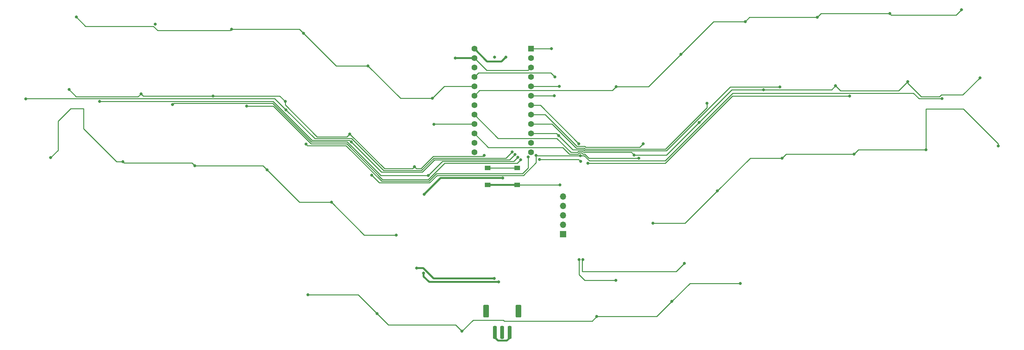
<source format=gtl>
G04 #@! TF.GenerationSoftware,KiCad,Pcbnew,(6.0.8-1)-1*
G04 #@! TF.CreationDate,2022-11-12T18:34:56-05:00*
G04 #@! TF.ProjectId,ergo3by6plus3nonSplit,6572676f-3362-4793-9670-6c7573336e6f,rev?*
G04 #@! TF.SameCoordinates,Original*
G04 #@! TF.FileFunction,Copper,L1,Top*
G04 #@! TF.FilePolarity,Positive*
%FSLAX46Y46*%
G04 Gerber Fmt 4.6, Leading zero omitted, Abs format (unit mm)*
G04 Created by KiCad (PCBNEW (6.0.8-1)-1) date 2022-11-12 18:34:56*
%MOMM*%
%LPD*%
G01*
G04 APERTURE LIST*
G04 Aperture macros list*
%AMRoundRect*
0 Rectangle with rounded corners*
0 $1 Rounding radius*
0 $2 $3 $4 $5 $6 $7 $8 $9 X,Y pos of 4 corners*
0 Add a 4 corners polygon primitive as box body*
4,1,4,$2,$3,$4,$5,$6,$7,$8,$9,$2,$3,0*
0 Add four circle primitives for the rounded corners*
1,1,$1+$1,$2,$3*
1,1,$1+$1,$4,$5*
1,1,$1+$1,$6,$7*
1,1,$1+$1,$8,$9*
0 Add four rect primitives between the rounded corners*
20,1,$1+$1,$2,$3,$4,$5,0*
20,1,$1+$1,$4,$5,$6,$7,0*
20,1,$1+$1,$6,$7,$8,$9,0*
20,1,$1+$1,$8,$9,$2,$3,0*%
G04 Aperture macros list end*
G04 #@! TA.AperFunction,ComponentPad*
%ADD10R,1.700000X1.700000*%
G04 #@! TD*
G04 #@! TA.AperFunction,ComponentPad*
%ADD11O,1.700000X1.700000*%
G04 #@! TD*
G04 #@! TA.AperFunction,SMDPad,CuDef*
%ADD12RoundRect,0.250000X0.250000X1.500000X-0.250000X1.500000X-0.250000X-1.500000X0.250000X-1.500000X0*%
G04 #@! TD*
G04 #@! TA.AperFunction,SMDPad,CuDef*
%ADD13RoundRect,0.250001X0.499999X1.449999X-0.499999X1.449999X-0.499999X-1.449999X0.499999X-1.449999X0*%
G04 #@! TD*
G04 #@! TA.AperFunction,SMDPad,CuDef*
%ADD14R,1.550000X1.300000*%
G04 #@! TD*
G04 #@! TA.AperFunction,ComponentPad*
%ADD15R,1.600000X1.600000*%
G04 #@! TD*
G04 #@! TA.AperFunction,ComponentPad*
%ADD16C,1.600000*%
G04 #@! TD*
G04 #@! TA.AperFunction,ViaPad*
%ADD17C,0.800000*%
G04 #@! TD*
G04 #@! TA.AperFunction,Conductor*
%ADD18C,0.250000*%
G04 #@! TD*
G04 #@! TA.AperFunction,Conductor*
%ADD19C,0.500000*%
G04 #@! TD*
G04 APERTURE END LIST*
D10*
X164110000Y-130970000D03*
D11*
X164110000Y-128430000D03*
X164110000Y-125890000D03*
X164110000Y-123350000D03*
X164110000Y-120810000D03*
D12*
X149710000Y-157520000D03*
X147710000Y-157520000D03*
X145710000Y-157520000D03*
D13*
X143360000Y-151770000D03*
X152060000Y-151770000D03*
D14*
X151760000Y-113160000D03*
X143800000Y-113160000D03*
X143800000Y-117660000D03*
X151760000Y-117660000D03*
D15*
X155420000Y-80950000D03*
D16*
X155420000Y-83490000D03*
X155420000Y-86030000D03*
X155420000Y-88570000D03*
X155420000Y-91110000D03*
X155420000Y-93650000D03*
X155420000Y-96190000D03*
X155420000Y-98730000D03*
X155420000Y-101270000D03*
X155420000Y-103810000D03*
X155420000Y-106350000D03*
X155420000Y-108890000D03*
X140180000Y-108890000D03*
X140180000Y-106350000D03*
X140180000Y-103810000D03*
X140180000Y-101270000D03*
X140180000Y-98730000D03*
X140180000Y-96190000D03*
X140180000Y-93650000D03*
X140180000Y-91110000D03*
X140180000Y-88570000D03*
X140180000Y-86030000D03*
X140180000Y-83490000D03*
X140180000Y-80950000D03*
D17*
X163090000Y-91110000D03*
X161690000Y-93650000D03*
X161920000Y-88540000D03*
X163280000Y-117700000D03*
X160940000Y-80950000D03*
X168740000Y-109820000D03*
X162940000Y-104420000D03*
X168830000Y-111370000D03*
X157730000Y-110800000D03*
X148680001Y-83231900D03*
X143800000Y-113160000D03*
X151760000Y-117660000D03*
X146750000Y-143870000D03*
X147710000Y-157520000D03*
X145660000Y-83270000D03*
X147840000Y-115840000D03*
X126540000Y-141480000D03*
X126650000Y-120260000D03*
X124630000Y-140130000D03*
X135090000Y-83500000D03*
X145710000Y-157520000D03*
X145520000Y-142900000D03*
X168350000Y-106572996D03*
X185699015Y-106629015D03*
X202910000Y-95640000D03*
X222540000Y-91250000D03*
X184500000Y-110490000D03*
X266230000Y-94450000D03*
X170770000Y-111840000D03*
X241300000Y-93750000D03*
X196750000Y-138900000D03*
X169444500Y-137830000D03*
X178310000Y-143430000D03*
X168390000Y-137810000D03*
X156857380Y-109725999D03*
X112530000Y-115070000D03*
X129260000Y-101350000D03*
X154683436Y-110175500D03*
X94808315Y-106708315D03*
X152690000Y-110900000D03*
X78800000Y-96470000D03*
X211837051Y-144243778D03*
X193434102Y-149127556D03*
X173185000Y-153198942D03*
X136875000Y-157138942D03*
X95370000Y-147300000D03*
X113942949Y-152373778D03*
X142860000Y-109747496D03*
X150350000Y-108810000D03*
X151920000Y-110220000D03*
X151120000Y-109520000D03*
X19345815Y-94455815D03*
X89440000Y-97460000D03*
X58880000Y-96030000D03*
X39180000Y-95160000D03*
X107007700Y-106112300D03*
X127810000Y-115150000D03*
X281367051Y-107233778D03*
X261907051Y-108253778D03*
X242517051Y-109393778D03*
X223127051Y-110473778D03*
X188280000Y-128050000D03*
X205707051Y-119293778D03*
X276427051Y-88803778D03*
X256987051Y-89823778D03*
X237537051Y-90953778D03*
X218087051Y-92033778D03*
X183260000Y-109633502D03*
X200757051Y-100843778D03*
X271487051Y-70423778D03*
X252117051Y-71503778D03*
X232617051Y-72523778D03*
X213167051Y-73653778D03*
X195827051Y-82443778D03*
X178420000Y-91170000D03*
X26032949Y-110353778D03*
X45492949Y-111443778D03*
X64882949Y-112523778D03*
X84312949Y-113603778D03*
X119100000Y-131200000D03*
X101662949Y-122393778D03*
X30962949Y-91983778D03*
X50362949Y-93113778D03*
X69820352Y-93703028D03*
X89252949Y-95213778D03*
X124030000Y-112760000D03*
X106642949Y-103943778D03*
X32970000Y-72430000D03*
X54170000Y-74380000D03*
X74772949Y-75703778D03*
X94182949Y-76783778D03*
X111542949Y-85603778D03*
X128860000Y-94350000D03*
D18*
X35440000Y-74900000D02*
X32970000Y-72430000D01*
X54847928Y-76071201D02*
X53676727Y-74900000D01*
X53676727Y-74900000D02*
X35440000Y-74900000D01*
X74772949Y-75703778D02*
X74405526Y-76071201D01*
X74405526Y-76071201D02*
X54847928Y-76071201D01*
X163090000Y-91110000D02*
X155420000Y-91110000D01*
X155420000Y-93650000D02*
X161690000Y-93650000D01*
X169837475Y-108471497D02*
X169562476Y-108196498D01*
X222540000Y-91250000D02*
X209170000Y-91250000D01*
X155420000Y-103810000D02*
X162330000Y-103810000D01*
X166716498Y-108196498D02*
X162940000Y-104420000D01*
X169562476Y-108196498D02*
X166716498Y-108196498D01*
X191948503Y-108471497D02*
X169837475Y-108471497D01*
X162330000Y-103810000D02*
X162940000Y-104420000D01*
X209170000Y-91250000D02*
X191948503Y-108471497D01*
X151760000Y-117660000D02*
X163240000Y-117660000D01*
X163240000Y-117660000D02*
X163280000Y-117700000D01*
X141305000Y-87445000D02*
X140180000Y-88570000D01*
X161920000Y-88540000D02*
X160825000Y-87445000D01*
X160825000Y-87445000D02*
X141305000Y-87445000D01*
X160940000Y-80950000D02*
X155420000Y-80950000D01*
X168260000Y-110800000D02*
X168830000Y-111370000D01*
X157730000Y-110800000D02*
X168260000Y-110800000D01*
X169651286Y-108920998D02*
X182547496Y-108920998D01*
X168439902Y-109095500D02*
X169190098Y-109095500D01*
X169376287Y-108645999D02*
X169651286Y-108920998D01*
X140180000Y-98730000D02*
X146600000Y-105150000D01*
X171080288Y-110490000D02*
X184500000Y-110490000D01*
X169190098Y-109095500D02*
X169465097Y-109370499D01*
X182547496Y-108920998D02*
X183260000Y-109633502D01*
X143960000Y-107590000D02*
X164050000Y-107590000D01*
X140180000Y-103810000D02*
X143960000Y-107590000D01*
X165830499Y-109370499D02*
X168164903Y-109370499D01*
X166200998Y-108920998D02*
X167978714Y-108920998D01*
X168253713Y-108645999D02*
X169376287Y-108645999D01*
X162430000Y-105150000D02*
X166200998Y-108920998D01*
X169960787Y-109370499D02*
X171080288Y-110490000D01*
X168164903Y-109370499D02*
X168439902Y-109095500D01*
X167978714Y-108920998D02*
X168253713Y-108645999D01*
X159245402Y-98730000D02*
X155420000Y-98730000D01*
X157967004Y-96190000D02*
X168350000Y-106572996D01*
X155420000Y-96190000D02*
X157967004Y-96190000D01*
X146600000Y-105150000D02*
X162430000Y-105150000D01*
X169465097Y-109370499D02*
X169960787Y-109370499D01*
X170209853Y-107572495D02*
X169934854Y-107297496D01*
X170023664Y-108021996D02*
X169748665Y-107746997D01*
X164050000Y-107590000D02*
X165830499Y-109370499D01*
X167812898Y-107297496D02*
X159245402Y-98730000D01*
X161149712Y-101270000D02*
X155420000Y-101270000D01*
X185699015Y-106629015D02*
X184755535Y-107572495D01*
X169774598Y-109820000D02*
X168740000Y-109820000D01*
X169748665Y-107746997D02*
X167626709Y-107746997D01*
X184755535Y-107572495D02*
X170209853Y-107572495D01*
X169934854Y-107297496D02*
X167812898Y-107297496D01*
X202910000Y-96830000D02*
X191718004Y-108021996D01*
X202910000Y-95640000D02*
X202910000Y-96830000D01*
X167626709Y-107746997D02*
X161149712Y-101270000D01*
X191718004Y-108021996D02*
X170023664Y-108021996D01*
X168740000Y-109820000D02*
X156951381Y-109820000D01*
X112530000Y-115070000D02*
X114603502Y-117143502D01*
X128112476Y-117143502D02*
X130140478Y-115115500D01*
X114603502Y-117143502D02*
X128112476Y-117143502D01*
X171170098Y-111215500D02*
X169774598Y-109820000D01*
X130140478Y-115115500D02*
X153434500Y-115115500D01*
X153434500Y-115115500D02*
X156857380Y-111692620D01*
X260037528Y-94447528D02*
X258540000Y-92950000D01*
X258540000Y-92950000D02*
X209840000Y-92950000D01*
X266230000Y-94450000D02*
X266227528Y-94447528D01*
X191574500Y-111215500D02*
X171170098Y-111215500D01*
X209840000Y-92950000D02*
X191574500Y-111215500D01*
X156857380Y-111692620D02*
X156857380Y-109725999D01*
X266227528Y-94447528D02*
X260037528Y-94447528D01*
X156951381Y-109820000D02*
X156857380Y-109725999D01*
X191610000Y-111840000D02*
X170770000Y-111840000D01*
X241300000Y-93750000D02*
X209700000Y-93750000D01*
X209700000Y-93750000D02*
X191610000Y-111840000D01*
X168390000Y-141910000D02*
X168390000Y-137810000D01*
X178310000Y-143430000D02*
X169910000Y-143430000D01*
X169910000Y-143430000D02*
X168390000Y-141910000D01*
X169234500Y-138040000D02*
X169444500Y-137830000D01*
X169234500Y-141030000D02*
X169234500Y-138040000D01*
X194597352Y-141052648D02*
X169257148Y-141052648D01*
X196750000Y-138900000D02*
X194597352Y-141052648D01*
X169257148Y-141052648D02*
X169234500Y-141030000D01*
D19*
X140180000Y-80950000D02*
X143610000Y-84380000D01*
X143610000Y-84380000D02*
X147531901Y-84380000D01*
X147531901Y-84380000D02*
X148680001Y-83231900D01*
D18*
X154620001Y-86829999D02*
X155420000Y-86030000D01*
X140180000Y-83490000D02*
X143519999Y-86829999D01*
X143519999Y-86829999D02*
X154620001Y-86829999D01*
X145710000Y-158083173D02*
X145710000Y-157520000D01*
X151760000Y-113160000D02*
X143800000Y-113160000D01*
X154683436Y-113131564D02*
X154683436Y-110175500D01*
X129954289Y-114665999D02*
X153149001Y-114665999D01*
X127926287Y-116694001D02*
X129954289Y-114665999D01*
X115244001Y-116694001D02*
X127926287Y-116694001D01*
X94808315Y-106708315D02*
X95170000Y-107070000D01*
X153149001Y-114665999D02*
X154683436Y-113131564D01*
X105620000Y-107070000D02*
X115244001Y-116694001D01*
D19*
X126650000Y-120260000D02*
X131070000Y-115840000D01*
X131070000Y-115840000D02*
X147840000Y-115840000D01*
D18*
X95170000Y-107070000D02*
X105620000Y-107070000D01*
D19*
X143800000Y-117660000D02*
X151760000Y-117660000D01*
D18*
X129105000Y-110015000D02*
X142592496Y-110015000D01*
X126131879Y-114259501D02*
X115169501Y-114259501D01*
X89440000Y-97460000D02*
X97180000Y-105200000D01*
X131781222Y-110931996D02*
X129459384Y-110931996D01*
X86020000Y-96470000D02*
X78800000Y-96470000D01*
X131595033Y-110482495D02*
X131605532Y-110471996D01*
X149718503Y-110921497D02*
X131791721Y-110921497D01*
X125850000Y-113270000D02*
X129105000Y-110015000D01*
X131791721Y-110921497D02*
X131781222Y-110931996D01*
X97180000Y-105200000D02*
X107120000Y-105200000D01*
X131605532Y-110471996D02*
X148688004Y-110471996D01*
X115430190Y-116244500D02*
X105806189Y-106620499D01*
X132164099Y-111820499D02*
X127740098Y-116244500D01*
X151920000Y-110220000D02*
X150769002Y-111370998D01*
X151120000Y-109520000D02*
X149718503Y-110921497D01*
X115169501Y-114259501D02*
X107022300Y-106112300D01*
X131967411Y-111381497D02*
X131578503Y-111381497D01*
X96170499Y-106620499D02*
X86020000Y-96470000D01*
X131578503Y-111381497D02*
X127810000Y-115150000D01*
X129459384Y-110931996D02*
X126131879Y-114259501D01*
X142592496Y-110015000D02*
X142860000Y-109747496D01*
X148688004Y-110471996D02*
X150350000Y-108810000D01*
X150769002Y-111370998D02*
X131977910Y-111370998D01*
X124540000Y-113270000D02*
X125850000Y-113270000D01*
X129273195Y-110482495D02*
X131595033Y-110482495D01*
X131977910Y-111370998D02*
X131967411Y-111381497D01*
X125945690Y-113810000D02*
X129273195Y-110482495D01*
X115730000Y-113810000D02*
X125945690Y-113810000D01*
X124030000Y-112760000D02*
X124540000Y-113270000D01*
X152690000Y-110900000D02*
X151769501Y-111820499D01*
X107022300Y-106112300D02*
X107007700Y-106112300D01*
X151769501Y-111820499D02*
X132164099Y-111820499D01*
X105806189Y-106620499D02*
X96170499Y-106620499D01*
X107120000Y-105200000D02*
X115730000Y-113810000D01*
X127740098Y-116244500D02*
X115430190Y-116244500D01*
D19*
X124630000Y-140130000D02*
X126410000Y-140130000D01*
X126410000Y-140130000D02*
X129180000Y-142900000D01*
X129180000Y-142900000D02*
X145520000Y-142900000D01*
X126540000Y-141480000D02*
X126540000Y-142420000D01*
X126540000Y-142420000D02*
X127990000Y-143870000D01*
X127990000Y-143870000D02*
X146750000Y-143870000D01*
X135100000Y-83490000D02*
X135090000Y-83500000D01*
X140180000Y-83490000D02*
X135100000Y-83490000D01*
D18*
X171968442Y-154415500D02*
X173185000Y-153198942D01*
X148000098Y-154155500D02*
X148260098Y-154415500D01*
X139858442Y-154155500D02*
X148000098Y-154155500D01*
X148260098Y-154415500D02*
X171968442Y-154415500D01*
X136875000Y-157138942D02*
X139858442Y-154155500D01*
D19*
X145710000Y-158083173D02*
X145710000Y-158830000D01*
X146610000Y-159730000D02*
X148970000Y-159730000D01*
X149710000Y-158990000D02*
X149710000Y-158083173D01*
X145710000Y-158830000D02*
X146610000Y-159730000D01*
X148970000Y-159730000D02*
X149710000Y-158990000D01*
D18*
X145710000Y-158083173D02*
X145650000Y-158143173D01*
X149710000Y-158083173D02*
X149710000Y-157520000D01*
X85888714Y-95699002D02*
X96288714Y-106099002D01*
X115020802Y-115150000D02*
X127810000Y-115150000D01*
X105969804Y-106099002D02*
X115020802Y-115150000D01*
X96288714Y-106099002D02*
X105969804Y-106099002D01*
X58880000Y-96030000D02*
X59210998Y-95699002D01*
X59210998Y-95699002D02*
X85888714Y-95699002D01*
X113942949Y-152373778D02*
X117014671Y-155445500D01*
X135181558Y-155445500D02*
X136875000Y-157138942D01*
X117014671Y-155445500D02*
X135181558Y-155445500D01*
X149710000Y-158850000D02*
X149710000Y-157520000D01*
X261907051Y-108253778D02*
X261900000Y-108246727D01*
X261900000Y-108246727D02*
X261900000Y-97210000D01*
X281367051Y-106637051D02*
X281367051Y-107233778D01*
X261900000Y-97210000D02*
X271940000Y-97210000D01*
X271940000Y-97210000D02*
X281367051Y-106637051D01*
X256987051Y-89823778D02*
X256987051Y-90289652D01*
X265570000Y-93910000D02*
X266052378Y-93427622D01*
X260607399Y-93910000D02*
X265570000Y-93910000D01*
X256987051Y-90289652D02*
X260607399Y-93910000D01*
X266052378Y-93427622D02*
X271803207Y-93427622D01*
X271803207Y-93427622D02*
X276427051Y-88803778D01*
X237537051Y-90953778D02*
X238873273Y-92290000D01*
X238873273Y-92290000D02*
X254520829Y-92290000D01*
X254520829Y-92290000D02*
X256987051Y-89823778D01*
X236457051Y-92033778D02*
X237537051Y-90953778D01*
X218087051Y-92033778D02*
X236457051Y-92033778D01*
X191967327Y-109633502D02*
X183260000Y-109633502D01*
X200757051Y-100843778D02*
X191967327Y-109633502D01*
X178420000Y-91170000D02*
X177355000Y-92235000D01*
X141595000Y-92235000D02*
X140180000Y-93650000D01*
X177355000Y-92235000D02*
X141595000Y-92235000D01*
X96474903Y-105649501D02*
X85985402Y-95160000D01*
X107007700Y-106112300D02*
X106544901Y-105649501D01*
X85985402Y-95160000D02*
X39180000Y-95160000D01*
X106544901Y-105649501D02*
X96474903Y-105649501D01*
X50362949Y-93113778D02*
X50952199Y-93703028D01*
X89252949Y-95213778D02*
X87742199Y-93703028D01*
X50952199Y-93703028D02*
X69820352Y-93703028D01*
X19345815Y-94455815D02*
X19374102Y-94427528D01*
X50362949Y-93113778D02*
X49575729Y-93900998D01*
X32880169Y-93900998D02*
X30962949Y-91983778D01*
X49575729Y-93900998D02*
X32880169Y-93900998D01*
X87742199Y-93703028D02*
X69820352Y-93703028D01*
X19374102Y-94427528D02*
X86407528Y-94427528D01*
X86407528Y-94427528D02*
X89440000Y-97460000D01*
X129340000Y-101270000D02*
X140180000Y-101270000D01*
X129260000Y-101350000D02*
X129340000Y-101270000D01*
X128860000Y-94350000D02*
X132100000Y-91110000D01*
X132100000Y-91110000D02*
X140180000Y-91110000D01*
X193434102Y-149127556D02*
X198317880Y-144243778D01*
X198317880Y-144243778D02*
X211837051Y-144243778D01*
X173185000Y-153198942D02*
X189362716Y-153198942D01*
X189362716Y-153198942D02*
X193434102Y-149127556D01*
X95370000Y-147300000D02*
X108869171Y-147300000D01*
X108869171Y-147300000D02*
X113942949Y-152373778D01*
X106642949Y-103943778D02*
X105876727Y-104710000D01*
X89252949Y-96142949D02*
X89252949Y-95213778D01*
X105876727Y-104710000D02*
X97820000Y-104710000D01*
X97820000Y-104710000D02*
X89252949Y-96142949D01*
X124030000Y-112760000D02*
X123500000Y-113290000D01*
X123500000Y-113290000D02*
X115989171Y-113290000D01*
X115989171Y-113290000D02*
X106642949Y-103943778D01*
X242517051Y-109393778D02*
X243657051Y-108253778D01*
X243657051Y-108253778D02*
X261907051Y-108253778D01*
X223127051Y-110473778D02*
X224207051Y-109393778D01*
X224207051Y-109393778D02*
X242517051Y-109393778D01*
X205707051Y-119293778D02*
X214527051Y-110473778D01*
X214527051Y-110473778D02*
X223127051Y-110473778D01*
X188280000Y-128050000D02*
X196950829Y-128050000D01*
X196950829Y-128050000D02*
X205707051Y-119293778D01*
X200757051Y-100843778D02*
X209567051Y-92033778D01*
X209567051Y-92033778D02*
X218087051Y-92033778D01*
X252117051Y-71503778D02*
X252484474Y-71871201D01*
X252484474Y-71871201D02*
X270039628Y-71871201D01*
X270039628Y-71871201D02*
X271487051Y-70423778D01*
X232617051Y-72523778D02*
X233637051Y-71503778D01*
X233637051Y-71503778D02*
X252117051Y-71503778D01*
X213167051Y-73653778D02*
X214297051Y-72523778D01*
X214297051Y-72523778D02*
X232617051Y-72523778D01*
X195827051Y-82443778D02*
X204617051Y-73653778D01*
X204617051Y-73653778D02*
X213167051Y-73653778D01*
X178420000Y-91170000D02*
X187100829Y-91170000D01*
X187100829Y-91170000D02*
X195827051Y-82443778D01*
X31410000Y-97140000D02*
X28020000Y-100530000D01*
X43773907Y-111443778D02*
X34910000Y-102579871D01*
X28020000Y-108366727D02*
X26032949Y-110353778D01*
X34910000Y-102579871D02*
X34910000Y-97140000D01*
X45492949Y-111443778D02*
X43773907Y-111443778D01*
X34910000Y-97140000D02*
X31410000Y-97140000D01*
X28020000Y-100530000D02*
X28020000Y-108366727D01*
X64882949Y-112523778D02*
X64114061Y-111754890D01*
X64114061Y-111754890D02*
X45804061Y-111754890D01*
X45804061Y-111754890D02*
X45492949Y-111443778D01*
X84312949Y-113603778D02*
X83232949Y-112523778D01*
X83232949Y-112523778D02*
X64882949Y-112523778D01*
X101662949Y-122393778D02*
X93102949Y-122393778D01*
X93102949Y-122393778D02*
X84312949Y-113603778D01*
X119100000Y-131200000D02*
X110469171Y-131200000D01*
X110469171Y-131200000D02*
X101662949Y-122393778D01*
X94182949Y-76783778D02*
X93102949Y-75703778D01*
X93102949Y-75703778D02*
X74772949Y-75703778D01*
X111542949Y-85603778D02*
X103002949Y-85603778D01*
X103002949Y-85603778D02*
X94182949Y-76783778D01*
X128860000Y-94350000D02*
X120289171Y-94350000D01*
X120289171Y-94350000D02*
X111542949Y-85603778D01*
M02*

</source>
